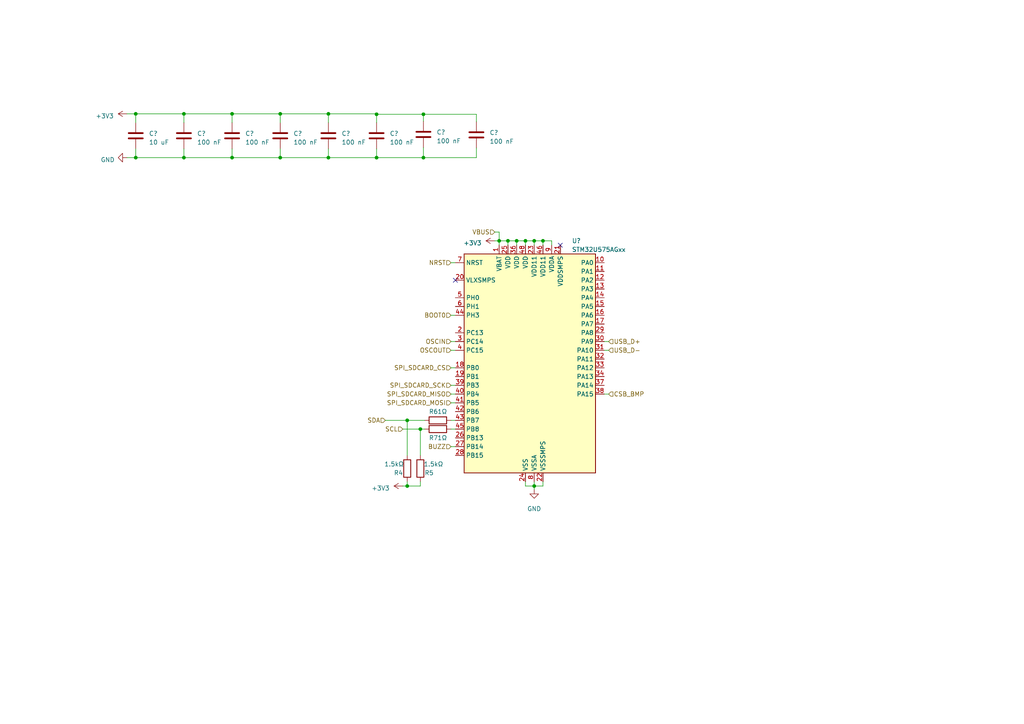
<source format=kicad_sch>
(kicad_sch (version 20230121) (generator eeschema)

  (uuid 62090c12-57c7-4790-9eee-5967e577ab39)

  (paper "A4")

  (lib_symbols
    (symbol "Device:C" (pin_numbers hide) (pin_names (offset 0.254)) (in_bom yes) (on_board yes)
      (property "Reference" "C" (at 0.635 2.54 0)
        (effects (font (size 1.27 1.27)) (justify left))
      )
      (property "Value" "C" (at 0.635 -2.54 0)
        (effects (font (size 1.27 1.27)) (justify left))
      )
      (property "Footprint" "" (at 0.9652 -3.81 0)
        (effects (font (size 1.27 1.27)) hide)
      )
      (property "Datasheet" "~" (at 0 0 0)
        (effects (font (size 1.27 1.27)) hide)
      )
      (property "ki_keywords" "cap capacitor" (at 0 0 0)
        (effects (font (size 1.27 1.27)) hide)
      )
      (property "ki_description" "Unpolarized capacitor" (at 0 0 0)
        (effects (font (size 1.27 1.27)) hide)
      )
      (property "ki_fp_filters" "C_*" (at 0 0 0)
        (effects (font (size 1.27 1.27)) hide)
      )
      (symbol "C_0_1"
        (polyline
          (pts
            (xy -2.032 -0.762)
            (xy 2.032 -0.762)
          )
          (stroke (width 0.508) (type default))
          (fill (type none))
        )
        (polyline
          (pts
            (xy -2.032 0.762)
            (xy 2.032 0.762)
          )
          (stroke (width 0.508) (type default))
          (fill (type none))
        )
      )
      (symbol "C_1_1"
        (pin passive line (at 0 3.81 270) (length 2.794)
          (name "~" (effects (font (size 1.27 1.27))))
          (number "1" (effects (font (size 1.27 1.27))))
        )
        (pin passive line (at 0 -3.81 90) (length 2.794)
          (name "~" (effects (font (size 1.27 1.27))))
          (number "2" (effects (font (size 1.27 1.27))))
        )
      )
    )
    (symbol "Device:R" (pin_numbers hide) (pin_names (offset 0)) (in_bom yes) (on_board yes)
      (property "Reference" "R" (at 2.032 0 90)
        (effects (font (size 1.27 1.27)))
      )
      (property "Value" "R" (at 0 0 90)
        (effects (font (size 1.27 1.27)))
      )
      (property "Footprint" "" (at -1.778 0 90)
        (effects (font (size 1.27 1.27)) hide)
      )
      (property "Datasheet" "~" (at 0 0 0)
        (effects (font (size 1.27 1.27)) hide)
      )
      (property "ki_keywords" "R res resistor" (at 0 0 0)
        (effects (font (size 1.27 1.27)) hide)
      )
      (property "ki_description" "Resistor" (at 0 0 0)
        (effects (font (size 1.27 1.27)) hide)
      )
      (property "ki_fp_filters" "R_*" (at 0 0 0)
        (effects (font (size 1.27 1.27)) hide)
      )
      (symbol "R_0_1"
        (rectangle (start -1.016 -2.54) (end 1.016 2.54)
          (stroke (width 0.254) (type default))
          (fill (type none))
        )
      )
      (symbol "R_1_1"
        (pin passive line (at 0 3.81 270) (length 1.27)
          (name "~" (effects (font (size 1.27 1.27))))
          (number "1" (effects (font (size 1.27 1.27))))
        )
        (pin passive line (at 0 -3.81 90) (length 1.27)
          (name "~" (effects (font (size 1.27 1.27))))
          (number "2" (effects (font (size 1.27 1.27))))
        )
      )
    )
    (symbol "MCU_ST_STM32U5:STM32U575CIUxQ" (in_bom yes) (on_board yes)
      (property "Reference" "U" (at -17.78 34.29 0)
        (effects (font (size 1.27 1.27)) (justify left))
      )
      (property "Value" "STM32U575CIUxQ" (at 12.7 34.29 0)
        (effects (font (size 1.27 1.27)) (justify left))
      )
      (property "Footprint" "Package_DFN_QFN:QFN-48-1EP_7x7mm_P0.5mm_EP5.6x5.6mm" (at -17.78 -30.48 0)
        (effects (font (size 1.27 1.27)) (justify right) hide)
      )
      (property "Datasheet" "https://www.st.com/resource/en/datasheet/stm32u575ci.pdf" (at 0 0 0)
        (effects (font (size 1.27 1.27)) hide)
      )
      (property "ki_locked" "" (at 0 0 0)
        (effects (font (size 1.27 1.27)))
      )
      (property "ki_keywords" "Arm Cortex-M33 STM32U5 STM32U575/585" (at 0 0 0)
        (effects (font (size 1.27 1.27)) hide)
      )
      (property "ki_description" "STMicroelectronics Arm Cortex-M33 MCU, 2048KB flash, 786KB RAM, 160 MHz, 1.71-3.6V, 33 GPIO, UFQFPN48" (at 0 0 0)
        (effects (font (size 1.27 1.27)) hide)
      )
      (property "ki_fp_filters" "QFN*1EP*7x7mm*P0.5mm*" (at 0 0 0)
        (effects (font (size 1.27 1.27)) hide)
      )
      (symbol "STM32U575CIUxQ_0_1"
        (rectangle (start -17.78 -30.48) (end 20.32 33.02)
          (stroke (width 0.254) (type default))
          (fill (type background))
        )
      )
      (symbol "STM32U575CIUxQ_1_1"
        (pin power_in line (at -7.62 35.56 270) (length 2.54)
          (name "VBAT" (effects (font (size 1.27 1.27))))
          (number "1" (effects (font (size 1.27 1.27))))
        )
        (pin bidirectional line (at 22.86 30.48 180) (length 2.54)
          (name "PA0" (effects (font (size 1.27 1.27))))
          (number "10" (effects (font (size 1.27 1.27))))
          (alternate "ADC1_IN5" bidirectional line)
          (alternate "AUDIOCLK" bidirectional line)
          (alternate "OCTOSPIM_P2_NCS" bidirectional line)
          (alternate "OPAMP1_VINP" bidirectional line)
          (alternate "PWR_WKUP1" bidirectional line)
          (alternate "SPI3_RDY" bidirectional line)
          (alternate "TAMP_IN2" bidirectional line)
          (alternate "TAMP_OUT1" bidirectional line)
          (alternate "TIM2_CH1" bidirectional line)
          (alternate "TIM2_ETR" bidirectional line)
          (alternate "TIM5_CH1" bidirectional line)
          (alternate "TIM8_ETR" bidirectional line)
          (alternate "UART4_TX" bidirectional line)
          (alternate "USART2_CTS" bidirectional line)
        )
        (pin bidirectional line (at 22.86 27.94 180) (length 2.54)
          (name "PA1" (effects (font (size 1.27 1.27))))
          (number "11" (effects (font (size 1.27 1.27))))
          (alternate "ADC1_IN6" bidirectional line)
          (alternate "I2C1_SMBA" bidirectional line)
          (alternate "LPTIM1_CH2" bidirectional line)
          (alternate "OCTOSPIM_P1_DQS" bidirectional line)
          (alternate "OPAMP1_VINM" bidirectional line)
          (alternate "PWR_WKUP3" bidirectional line)
          (alternate "SPI1_SCK" bidirectional line)
          (alternate "TAMP_IN5" bidirectional line)
          (alternate "TAMP_OUT4" bidirectional line)
          (alternate "TIM15_CH1N" bidirectional line)
          (alternate "TIM2_CH2" bidirectional line)
          (alternate "TIM5_CH2" bidirectional line)
          (alternate "UART4_RX" bidirectional line)
          (alternate "USART2_DE" bidirectional line)
          (alternate "USART2_RTS" bidirectional line)
        )
        (pin bidirectional line (at 22.86 25.4 180) (length 2.54)
          (name "PA2" (effects (font (size 1.27 1.27))))
          (number "12" (effects (font (size 1.27 1.27))))
          (alternate "ADC1_IN7" bidirectional line)
          (alternate "COMP1_INP" bidirectional line)
          (alternate "LPUART1_TX" bidirectional line)
          (alternate "OCTOSPIM_P1_NCS" bidirectional line)
          (alternate "PWR_WKUP4" bidirectional line)
          (alternate "RCC_LSCO" bidirectional line)
          (alternate "SPI1_RDY" bidirectional line)
          (alternate "TIM15_CH1" bidirectional line)
          (alternate "TIM2_CH3" bidirectional line)
          (alternate "TIM5_CH3" bidirectional line)
          (alternate "UCPD1_FRSTX1" bidirectional line)
          (alternate "USART2_TX" bidirectional line)
        )
        (pin bidirectional line (at 22.86 22.86 180) (length 2.54)
          (name "PA3" (effects (font (size 1.27 1.27))))
          (number "13" (effects (font (size 1.27 1.27))))
          (alternate "ADC1_IN8" bidirectional line)
          (alternate "LPUART1_RX" bidirectional line)
          (alternate "OCTOSPIM_P1_CLK" bidirectional line)
          (alternate "OPAMP1_VOUT" bidirectional line)
          (alternate "PWR_WKUP5" bidirectional line)
          (alternate "SAI1_CK1" bidirectional line)
          (alternate "SAI1_MCLK_A" bidirectional line)
          (alternate "TIM15_CH2" bidirectional line)
          (alternate "TIM2_CH4" bidirectional line)
          (alternate "TIM5_CH4" bidirectional line)
          (alternate "USART2_RX" bidirectional line)
        )
        (pin bidirectional line (at 22.86 20.32 180) (length 2.54)
          (name "PA4" (effects (font (size 1.27 1.27))))
          (number "14" (effects (font (size 1.27 1.27))))
          (alternate "ADC1_IN9" bidirectional line)
          (alternate "ADC4_IN9" bidirectional line)
          (alternate "DAC1_OUT1" bidirectional line)
          (alternate "LPTIM2_CH1" bidirectional line)
          (alternate "OCTOSPIM_P1_NCS" bidirectional line)
          (alternate "PWR_WKUP2" bidirectional line)
          (alternate "SAI1_FS_B" bidirectional line)
          (alternate "SPI1_NSS" bidirectional line)
          (alternate "SPI3_NSS" bidirectional line)
          (alternate "USART2_CK" bidirectional line)
        )
        (pin bidirectional line (at 22.86 17.78 180) (length 2.54)
          (name "PA5" (effects (font (size 1.27 1.27))))
          (number "15" (effects (font (size 1.27 1.27))))
          (alternate "ADC1_IN10" bidirectional line)
          (alternate "ADC4_IN10" bidirectional line)
          (alternate "DAC1_OUT2" bidirectional line)
          (alternate "LPTIM2_ETR" bidirectional line)
          (alternate "PWR_CSLEEP" bidirectional line)
          (alternate "PWR_WKUP6" bidirectional line)
          (alternate "SPI1_SCK" bidirectional line)
          (alternate "TIM2_CH1" bidirectional line)
          (alternate "TIM2_ETR" bidirectional line)
          (alternate "TIM8_CH1N" bidirectional line)
          (alternate "USART3_RX" bidirectional line)
        )
        (pin bidirectional line (at 22.86 15.24 180) (length 2.54)
          (name "PA6" (effects (font (size 1.27 1.27))))
          (number "16" (effects (font (size 1.27 1.27))))
          (alternate "ADC1_IN11" bidirectional line)
          (alternate "ADC4_IN11" bidirectional line)
          (alternate "LPUART1_CTS" bidirectional line)
          (alternate "OCTOSPIM_P1_IO3" bidirectional line)
          (alternate "OPAMP2_VINP" bidirectional line)
          (alternate "PWR_CDSTOP" bidirectional line)
          (alternate "PWR_WKUP7" bidirectional line)
          (alternate "SPI1_MISO" bidirectional line)
          (alternate "TIM16_CH1" bidirectional line)
          (alternate "TIM1_BKIN" bidirectional line)
          (alternate "TIM3_CH1" bidirectional line)
          (alternate "TIM8_BKIN" bidirectional line)
          (alternate "USART3_CTS" bidirectional line)
        )
        (pin bidirectional line (at 22.86 12.7 180) (length 2.54)
          (name "PA7" (effects (font (size 1.27 1.27))))
          (number "17" (effects (font (size 1.27 1.27))))
          (alternate "ADC1_IN12" bidirectional line)
          (alternate "ADC4_IN20" bidirectional line)
          (alternate "I2C3_SCL" bidirectional line)
          (alternate "LPTIM2_CH2" bidirectional line)
          (alternate "OCTOSPIM_P1_IO2" bidirectional line)
          (alternate "OPAMP2_VINM" bidirectional line)
          (alternate "PWR_SRDSTOP" bidirectional line)
          (alternate "PWR_WKUP8" bidirectional line)
          (alternate "SPI1_MOSI" bidirectional line)
          (alternate "TIM17_CH1" bidirectional line)
          (alternate "TIM1_CH1N" bidirectional line)
          (alternate "TIM3_CH2" bidirectional line)
          (alternate "TIM8_CH1N" bidirectional line)
          (alternate "USART3_TX" bidirectional line)
        )
        (pin bidirectional line (at -20.32 0 0) (length 2.54)
          (name "PB0" (effects (font (size 1.27 1.27))))
          (number "18" (effects (font (size 1.27 1.27))))
          (alternate "ADC1_IN15" bidirectional line)
          (alternate "ADC4_IN18" bidirectional line)
          (alternate "AUDIOCLK" bidirectional line)
          (alternate "COMP1_OUT" bidirectional line)
          (alternate "LPTIM3_CH1" bidirectional line)
          (alternate "OCTOSPIM_P1_IO1" bidirectional line)
          (alternate "OPAMP2_VOUT" bidirectional line)
          (alternate "SPI1_NSS" bidirectional line)
          (alternate "TIM1_CH2N" bidirectional line)
          (alternate "TIM3_CH3" bidirectional line)
          (alternate "TIM8_CH2N" bidirectional line)
          (alternate "USART3_CK" bidirectional line)
        )
        (pin bidirectional line (at -20.32 -2.54 0) (length 2.54)
          (name "PB1" (effects (font (size 1.27 1.27))))
          (number "19" (effects (font (size 1.27 1.27))))
          (alternate "ADC1_IN16" bidirectional line)
          (alternate "ADC4_IN19" bidirectional line)
          (alternate "COMP1_INM" bidirectional line)
          (alternate "LPTIM2_IN1" bidirectional line)
          (alternate "LPTIM3_CH2" bidirectional line)
          (alternate "LPUART1_DE" bidirectional line)
          (alternate "LPUART1_RTS" bidirectional line)
          (alternate "MDF1_SDI0" bidirectional line)
          (alternate "OCTOSPIM_P1_IO0" bidirectional line)
          (alternate "PWR_WKUP4" bidirectional line)
          (alternate "TIM1_CH3N" bidirectional line)
          (alternate "TIM3_CH4" bidirectional line)
          (alternate "TIM8_CH3N" bidirectional line)
          (alternate "USART3_DE" bidirectional line)
          (alternate "USART3_RTS" bidirectional line)
        )
        (pin bidirectional line (at -20.32 10.16 0) (length 2.54)
          (name "PC13" (effects (font (size 1.27 1.27))))
          (number "2" (effects (font (size 1.27 1.27))))
          (alternate "PWR_WKUP2" bidirectional line)
          (alternate "RTC_OUT1" bidirectional line)
          (alternate "RTC_TS" bidirectional line)
          (alternate "TAMP_IN1" bidirectional line)
          (alternate "TAMP_OUT2" bidirectional line)
        )
        (pin power_in line (at -20.32 25.4 0) (length 2.54)
          (name "VLXSMPS" (effects (font (size 1.27 1.27))))
          (number "20" (effects (font (size 1.27 1.27))))
        )
        (pin power_in line (at 10.16 35.56 270) (length 2.54)
          (name "VDDSMPS" (effects (font (size 1.27 1.27))))
          (number "21" (effects (font (size 1.27 1.27))))
        )
        (pin power_in line (at 5.08 -33.02 90) (length 2.54)
          (name "VSSSMPS" (effects (font (size 1.27 1.27))))
          (number "22" (effects (font (size 1.27 1.27))))
        )
        (pin power_in line (at 2.54 35.56 270) (length 2.54)
          (name "VDD11" (effects (font (size 1.27 1.27))))
          (number "23" (effects (font (size 1.27 1.27))))
        )
        (pin power_in line (at 0 -33.02 90) (length 2.54)
          (name "VSS" (effects (font (size 1.27 1.27))))
          (number "24" (effects (font (size 1.27 1.27))))
        )
        (pin power_in line (at -5.08 35.56 270) (length 2.54)
          (name "VDD" (effects (font (size 1.27 1.27))))
          (number "25" (effects (font (size 1.27 1.27))))
        )
        (pin bidirectional line (at -20.32 -20.32 0) (length 2.54)
          (name "PB13" (effects (font (size 1.27 1.27))))
          (number "26" (effects (font (size 1.27 1.27))))
          (alternate "I2C2_SCL" bidirectional line)
          (alternate "LPTIM3_IN1" bidirectional line)
          (alternate "LPUART1_CTS" bidirectional line)
          (alternate "MDF1_CKI1" bidirectional line)
          (alternate "SPI2_SCK" bidirectional line)
          (alternate "TIM15_CH1N" bidirectional line)
          (alternate "TIM1_CH1N" bidirectional line)
          (alternate "TSC_G1_IO2" bidirectional line)
          (alternate "USART3_CTS" bidirectional line)
        )
        (pin bidirectional line (at -20.32 -22.86 0) (length 2.54)
          (name "PB14" (effects (font (size 1.27 1.27))))
          (number "27" (effects (font (size 1.27 1.27))))
          (alternate "I2C2_SDA" bidirectional line)
          (alternate "LPTIM3_ETR" bidirectional line)
          (alternate "MDF1_SDI2" bidirectional line)
          (alternate "SPI2_MISO" bidirectional line)
          (alternate "TIM15_CH1" bidirectional line)
          (alternate "TIM1_CH2N" bidirectional line)
          (alternate "TIM8_CH2N" bidirectional line)
          (alternate "TSC_G1_IO3" bidirectional line)
          (alternate "UCPD1_DBCC2" bidirectional line)
          (alternate "USART3_DE" bidirectional line)
          (alternate "USART3_RTS" bidirectional line)
        )
        (pin bidirectional line (at -20.32 -25.4 0) (length 2.54)
          (name "PB15" (effects (font (size 1.27 1.27))))
          (number "28" (effects (font (size 1.27 1.27))))
          (alternate "ADC1_EXTI15" bidirectional line)
          (alternate "ADC4_EXTI15" bidirectional line)
          (alternate "LPTIM2_IN2" bidirectional line)
          (alternate "MDF1_CKI2" bidirectional line)
          (alternate "PWR_WKUP7" bidirectional line)
          (alternate "RTC_REFIN" bidirectional line)
          (alternate "SPI2_MOSI" bidirectional line)
          (alternate "TIM15_CH2" bidirectional line)
          (alternate "TIM1_CH3N" bidirectional line)
          (alternate "TIM8_CH3N" bidirectional line)
          (alternate "UCPD1_CC2" bidirectional line)
        )
        (pin bidirectional line (at 22.86 10.16 180) (length 2.54)
          (name "PA8" (effects (font (size 1.27 1.27))))
          (number "29" (effects (font (size 1.27 1.27))))
          (alternate "DEBUG_TRACECLK" bidirectional line)
          (alternate "LPTIM2_CH1" bidirectional line)
          (alternate "RCC_MCO" bidirectional line)
          (alternate "SAI1_CK2" bidirectional line)
          (alternate "SAI1_SCK_A" bidirectional line)
          (alternate "SPI1_RDY" bidirectional line)
          (alternate "TIM1_CH1" bidirectional line)
          (alternate "USART1_CK" bidirectional line)
          (alternate "USB_OTG_FS_SOF" bidirectional line)
        )
        (pin bidirectional line (at -20.32 7.62 0) (length 2.54)
          (name "PC14" (effects (font (size 1.27 1.27))))
          (number "3" (effects (font (size 1.27 1.27))))
          (alternate "RCC_OSC32_IN" bidirectional line)
        )
        (pin bidirectional line (at 22.86 7.62 180) (length 2.54)
          (name "PA9" (effects (font (size 1.27 1.27))))
          (number "30" (effects (font (size 1.27 1.27))))
          (alternate "DAC1_EXTI9" bidirectional line)
          (alternate "SAI1_FS_A" bidirectional line)
          (alternate "SPI2_SCK" bidirectional line)
          (alternate "TIM15_BKIN" bidirectional line)
          (alternate "TIM1_CH2" bidirectional line)
          (alternate "USART1_TX" bidirectional line)
          (alternate "USB_OTG_FS_VBUS" bidirectional line)
        )
        (pin bidirectional line (at 22.86 5.08 180) (length 2.54)
          (name "PA10" (effects (font (size 1.27 1.27))))
          (number "31" (effects (font (size 1.27 1.27))))
          (alternate "CRS_SYNC" bidirectional line)
          (alternate "LPTIM2_IN2" bidirectional line)
          (alternate "SAI1_D1" bidirectional line)
          (alternate "SAI1_SD_A" bidirectional line)
          (alternate "TIM17_BKIN" bidirectional line)
          (alternate "TIM1_CH3" bidirectional line)
          (alternate "USART1_RX" bidirectional line)
          (alternate "USB_OTG_FS_ID" bidirectional line)
        )
        (pin bidirectional line (at 22.86 2.54 180) (length 2.54)
          (name "PA11" (effects (font (size 1.27 1.27))))
          (number "32" (effects (font (size 1.27 1.27))))
          (alternate "ADC1_EXTI11" bidirectional line)
          (alternate "FDCAN1_RX" bidirectional line)
          (alternate "SPI1_MISO" bidirectional line)
          (alternate "TIM1_BKIN2" bidirectional line)
          (alternate "TIM1_CH4" bidirectional line)
          (alternate "USART1_CTS" bidirectional line)
          (alternate "USB_OTG_FS_DM" bidirectional line)
        )
        (pin bidirectional line (at 22.86 0 180) (length 2.54)
          (name "PA12" (effects (font (size 1.27 1.27))))
          (number "33" (effects (font (size 1.27 1.27))))
          (alternate "FDCAN1_TX" bidirectional line)
          (alternate "OCTOSPIM_P2_NCS" bidirectional line)
          (alternate "SPI1_MOSI" bidirectional line)
          (alternate "TIM1_ETR" bidirectional line)
          (alternate "USART1_DE" bidirectional line)
          (alternate "USART1_RTS" bidirectional line)
          (alternate "USB_OTG_FS_DP" bidirectional line)
        )
        (pin bidirectional line (at 22.86 -2.54 180) (length 2.54)
          (name "PA13" (effects (font (size 1.27 1.27))))
          (number "34" (effects (font (size 1.27 1.27))))
          (alternate "DEBUG_JTMS-SWDIO" bidirectional line)
          (alternate "IR_OUT" bidirectional line)
          (alternate "SAI1_SD_B" bidirectional line)
          (alternate "USB_OTG_FS_NOE" bidirectional line)
        )
        (pin passive line (at 0 -33.02 90) (length 2.54) hide
          (name "VSS" (effects (font (size 1.27 1.27))))
          (number "35" (effects (font (size 1.27 1.27))))
        )
        (pin power_in line (at -2.54 35.56 270) (length 2.54)
          (name "VDD" (effects (font (size 1.27 1.27))))
          (number "36" (effects (font (size 1.27 1.27))))
        )
        (pin bidirectional line (at 22.86 -5.08 180) (length 2.54)
          (name "PA14" (effects (font (size 1.27 1.27))))
          (number "37" (effects (font (size 1.27 1.27))))
          (alternate "DEBUG_JTCK-SWCLK" bidirectional line)
          (alternate "I2C1_SMBA" bidirectional line)
          (alternate "I2C4_SMBA" bidirectional line)
          (alternate "LPTIM1_CH1" bidirectional line)
          (alternate "SAI1_FS_B" bidirectional line)
          (alternate "USB_OTG_FS_SOF" bidirectional line)
        )
        (pin bidirectional line (at 22.86 -7.62 180) (length 2.54)
          (name "PA15" (effects (font (size 1.27 1.27))))
          (number "38" (effects (font (size 1.27 1.27))))
          (alternate "ADC1_EXTI15" bidirectional line)
          (alternate "ADC4_EXTI15" bidirectional line)
          (alternate "DEBUG_JTDI" bidirectional line)
          (alternate "SPI1_NSS" bidirectional line)
          (alternate "SPI3_NSS" bidirectional line)
          (alternate "TIM2_CH1" bidirectional line)
          (alternate "TIM2_ETR" bidirectional line)
          (alternate "UART4_DE" bidirectional line)
          (alternate "UART4_RTS" bidirectional line)
          (alternate "UCPD1_CC1" bidirectional line)
          (alternate "USART2_RX" bidirectional line)
          (alternate "USART3_DE" bidirectional line)
          (alternate "USART3_RTS" bidirectional line)
        )
        (pin bidirectional line (at -20.32 -5.08 0) (length 2.54)
          (name "PB3" (effects (font (size 1.27 1.27))))
          (number "39" (effects (font (size 1.27 1.27))))
          (alternate "ADF1_CCK0" bidirectional line)
          (alternate "COMP2_INM" bidirectional line)
          (alternate "CRS_SYNC" bidirectional line)
          (alternate "DEBUG_JTDO-SWO" bidirectional line)
          (alternate "I2C1_SDA" bidirectional line)
          (alternate "LPTIM1_CH1" bidirectional line)
          (alternate "SAI1_SCK_B" bidirectional line)
          (alternate "SPI1_SCK" bidirectional line)
          (alternate "SPI3_SCK" bidirectional line)
          (alternate "TIM2_CH2" bidirectional line)
          (alternate "USART1_DE" bidirectional line)
          (alternate "USART1_RTS" bidirectional line)
        )
        (pin bidirectional line (at -20.32 5.08 0) (length 2.54)
          (name "PC15" (effects (font (size 1.27 1.27))))
          (number "4" (effects (font (size 1.27 1.27))))
          (alternate "ADC1_EXTI15" bidirectional line)
          (alternate "ADC4_EXTI15" bidirectional line)
          (alternate "RCC_OSC32_OUT" bidirectional line)
        )
        (pin bidirectional line (at -20.32 -7.62 0) (length 2.54)
          (name "PB4" (effects (font (size 1.27 1.27))))
          (number "40" (effects (font (size 1.27 1.27))))
          (alternate "ADF1_SDI0" bidirectional line)
          (alternate "COMP2_INP" bidirectional line)
          (alternate "DEBUG_JTRST" bidirectional line)
          (alternate "I2C3_SDA" bidirectional line)
          (alternate "LPTIM1_CH2" bidirectional line)
          (alternate "SAI1_MCLK_B" bidirectional line)
          (alternate "SPI1_MISO" bidirectional line)
          (alternate "SPI3_MISO" bidirectional line)
          (alternate "TIM17_BKIN" bidirectional line)
          (alternate "TIM3_CH1" bidirectional line)
          (alternate "TSC_G2_IO1" bidirectional line)
          (alternate "USART1_CTS" bidirectional line)
        )
        (pin bidirectional line (at -20.32 -10.16 0) (length 2.54)
          (name "PB5" (effects (font (size 1.27 1.27))))
          (number "41" (effects (font (size 1.27 1.27))))
          (alternate "COMP2_OUT" bidirectional line)
          (alternate "I2C1_SMBA" bidirectional line)
          (alternate "LPTIM1_IN1" bidirectional line)
          (alternate "OCTOSPIM_P1_NCLK" bidirectional line)
          (alternate "PWR_WKUP6" bidirectional line)
          (alternate "SAI1_SD_B" bidirectional line)
          (alternate "SPI1_MOSI" bidirectional line)
          (alternate "SPI3_MOSI" bidirectional line)
          (alternate "TIM16_BKIN" bidirectional line)
          (alternate "TIM3_CH2" bidirectional line)
          (alternate "TSC_G2_IO2" bidirectional line)
          (alternate "UCPD1_DBCC1" bidirectional line)
          (alternate "USART1_CK" bidirectional line)
        )
        (pin bidirectional line (at -20.32 -12.7 0) (length 2.54)
          (name "PB6" (effects (font (size 1.27 1.27))))
          (number "42" (effects (font (size 1.27 1.27))))
          (alternate "COMP2_INP" bidirectional line)
          (alternate "I2C1_SCL" bidirectional line)
          (alternate "I2C4_SCL" bidirectional line)
          (alternate "LPTIM1_ETR" bidirectional line)
          (alternate "MDF1_SDI5" bidirectional line)
          (alternate "PWR_WKUP3" bidirectional line)
          (alternate "SAI1_FS_B" bidirectional line)
          (alternate "TIM16_CH1N" bidirectional line)
          (alternate "TIM4_CH1" bidirectional line)
          (alternate "TIM8_BKIN2" bidirectional line)
          (alternate "TSC_G2_IO3" bidirectional line)
          (alternate "USART1_TX" bidirectional line)
        )
        (pin bidirectional line (at -20.32 -15.24 0) (length 2.54)
          (name "PB7" (effects (font (size 1.27 1.27))))
          (number "43" (effects (font (size 1.27 1.27))))
          (alternate "COMP2_INM" bidirectional line)
          (alternate "I2C1_SDA" bidirectional line)
          (alternate "I2C4_SDA" bidirectional line)
          (alternate "LPTIM1_IN2" bidirectional line)
          (alternate "MDF1_CKI5" bidirectional line)
          (alternate "PWR_PVD_IN" bidirectional line)
          (alternate "PWR_WKUP4" bidirectional line)
          (alternate "TIM17_CH1N" bidirectional line)
          (alternate "TIM4_CH2" bidirectional line)
          (alternate "TIM8_BKIN" bidirectional line)
          (alternate "TSC_G2_IO4" bidirectional line)
          (alternate "UART4_CTS" bidirectional line)
          (alternate "USART1_RX" bidirectional line)
        )
        (pin bidirectional line (at -20.32 15.24 0) (length 2.54)
          (name "PH3" (effects (font (size 1.27 1.27))))
          (number "44" (effects (font (size 1.27 1.27))))
        )
        (pin bidirectional line (at -20.32 -17.78 0) (length 2.54)
          (name "PB8" (effects (font (size 1.27 1.27))))
          (number "45" (effects (font (size 1.27 1.27))))
          (alternate "FDCAN1_RX" bidirectional line)
          (alternate "I2C1_SCL" bidirectional line)
          (alternate "MDF1_CCK0" bidirectional line)
          (alternate "PWR_WKUP5" bidirectional line)
          (alternate "SAI1_CK1" bidirectional line)
          (alternate "SAI1_MCLK_A" bidirectional line)
          (alternate "SPI3_RDY" bidirectional line)
          (alternate "TIM16_CH1" bidirectional line)
          (alternate "TIM4_CH3" bidirectional line)
        )
        (pin power_in line (at 5.08 35.56 270) (length 2.54)
          (name "VDD11" (effects (font (size 1.27 1.27))))
          (number "46" (effects (font (size 1.27 1.27))))
        )
        (pin passive line (at 0 -33.02 90) (length 2.54) hide
          (name "VSS" (effects (font (size 1.27 1.27))))
          (number "47" (effects (font (size 1.27 1.27))))
        )
        (pin power_in line (at 0 35.56 270) (length 2.54)
          (name "VDD" (effects (font (size 1.27 1.27))))
          (number "48" (effects (font (size 1.27 1.27))))
        )
        (pin passive line (at 0 -33.02 90) (length 2.54) hide
          (name "VSS" (effects (font (size 1.27 1.27))))
          (number "49" (effects (font (size 1.27 1.27))))
        )
        (pin bidirectional line (at -20.32 20.32 0) (length 2.54)
          (name "PH0" (effects (font (size 1.27 1.27))))
          (number "5" (effects (font (size 1.27 1.27))))
          (alternate "RCC_OSC_IN" bidirectional line)
        )
        (pin bidirectional line (at -20.32 17.78 0) (length 2.54)
          (name "PH1" (effects (font (size 1.27 1.27))))
          (number "6" (effects (font (size 1.27 1.27))))
          (alternate "RCC_OSC_OUT" bidirectional line)
        )
        (pin input line (at -20.32 30.48 0) (length 2.54)
          (name "NRST" (effects (font (size 1.27 1.27))))
          (number "7" (effects (font (size 1.27 1.27))))
        )
        (pin power_in line (at 2.54 -33.02 90) (length 2.54)
          (name "VSSA" (effects (font (size 1.27 1.27))))
          (number "8" (effects (font (size 1.27 1.27))))
        )
        (pin power_in line (at 7.62 35.56 270) (length 2.54)
          (name "VDDA" (effects (font (size 1.27 1.27))))
          (number "9" (effects (font (size 1.27 1.27))))
        )
      )
    )
    (symbol "power:+3V3" (power) (pin_names (offset 0)) (in_bom yes) (on_board yes)
      (property "Reference" "#PWR" (at 0 -3.81 0)
        (effects (font (size 1.27 1.27)) hide)
      )
      (property "Value" "+3V3" (at 0 3.556 0)
        (effects (font (size 1.27 1.27)))
      )
      (property "Footprint" "" (at 0 0 0)
        (effects (font (size 1.27 1.27)) hide)
      )
      (property "Datasheet" "" (at 0 0 0)
        (effects (font (size 1.27 1.27)) hide)
      )
      (property "ki_keywords" "global power" (at 0 0 0)
        (effects (font (size 1.27 1.27)) hide)
      )
      (property "ki_description" "Power symbol creates a global label with name \"+3V3\"" (at 0 0 0)
        (effects (font (size 1.27 1.27)) hide)
      )
      (symbol "+3V3_0_1"
        (polyline
          (pts
            (xy -0.762 1.27)
            (xy 0 2.54)
          )
          (stroke (width 0) (type default))
          (fill (type none))
        )
        (polyline
          (pts
            (xy 0 0)
            (xy 0 2.54)
          )
          (stroke (width 0) (type default))
          (fill (type none))
        )
        (polyline
          (pts
            (xy 0 2.54)
            (xy 0.762 1.27)
          )
          (stroke (width 0) (type default))
          (fill (type none))
        )
      )
      (symbol "+3V3_1_1"
        (pin power_in line (at 0 0 90) (length 0) hide
          (name "+3V3" (effects (font (size 1.27 1.27))))
          (number "1" (effects (font (size 1.27 1.27))))
        )
      )
    )
    (symbol "power:GND" (power) (pin_names (offset 0)) (in_bom yes) (on_board yes)
      (property "Reference" "#PWR" (at 0 -6.35 0)
        (effects (font (size 1.27 1.27)) hide)
      )
      (property "Value" "GND" (at 0 -3.81 0)
        (effects (font (size 1.27 1.27)))
      )
      (property "Footprint" "" (at 0 0 0)
        (effects (font (size 1.27 1.27)) hide)
      )
      (property "Datasheet" "" (at 0 0 0)
        (effects (font (size 1.27 1.27)) hide)
      )
      (property "ki_keywords" "global power" (at 0 0 0)
        (effects (font (size 1.27 1.27)) hide)
      )
      (property "ki_description" "Power symbol creates a global label with name \"GND\" , ground" (at 0 0 0)
        (effects (font (size 1.27 1.27)) hide)
      )
      (symbol "GND_0_1"
        (polyline
          (pts
            (xy 0 0)
            (xy 0 -1.27)
            (xy 1.27 -1.27)
            (xy 0 -2.54)
            (xy -1.27 -1.27)
            (xy 0 -1.27)
          )
          (stroke (width 0) (type default))
          (fill (type none))
        )
      )
      (symbol "GND_1_1"
        (pin power_in line (at 0 0 270) (length 0) hide
          (name "GND" (effects (font (size 1.27 1.27))))
          (number "1" (effects (font (size 1.27 1.27))))
        )
      )
    )
  )

  (junction (at 67.31 45.72) (diameter 0) (color 0 0 0 0)
    (uuid 15864eb2-a24f-411c-9a0d-5f5b1229124d)
  )
  (junction (at 122.809 45.72) (diameter 0) (color 0 0 0 0)
    (uuid 30b16134-cb7b-43e8-a4de-7a708a3ee262)
  )
  (junction (at 109.22 33.147) (diameter 0) (color 0 0 0 0)
    (uuid 3941c82e-d356-4e16-88aa-5102497fd973)
  )
  (junction (at 53.34 45.72) (diameter 0) (color 0 0 0 0)
    (uuid 3a287dd6-1fa3-46ef-88ea-50c3aa721980)
  )
  (junction (at 81.28 33.02) (diameter 0) (color 0 0 0 0)
    (uuid 45f3c1c3-086b-414d-b853-25e536ead179)
  )
  (junction (at 53.34 33.02) (diameter 0) (color 0 0 0 0)
    (uuid 496e77e2-a79b-4503-b361-9e756d822f94)
  )
  (junction (at 39.37 33.02) (diameter 0) (color 0 0 0 0)
    (uuid 4a55b44f-3d55-4232-8b12-d9eb8aa83923)
  )
  (junction (at 154.94 69.85) (diameter 0) (color 0 0 0 0)
    (uuid 5940b6e8-685e-49da-95e8-2b218eb7ee1e)
  )
  (junction (at 144.78 69.85) (diameter 0) (color 0 0 0 0)
    (uuid 5def5435-24ce-4c73-8c84-e3de6e166bcc)
  )
  (junction (at 121.92 124.46) (diameter 0) (color 0 0 0 0)
    (uuid 5ee5efd7-2149-434e-bbf1-6a326387b81c)
  )
  (junction (at 157.48 69.85) (diameter 0) (color 0 0 0 0)
    (uuid 83e79aeb-ec1c-43ce-aa48-94fdf9ba5795)
  )
  (junction (at 67.31 33.02) (diameter 0) (color 0 0 0 0)
    (uuid 92838d97-eb68-4e47-93a9-19b14cee654b)
  )
  (junction (at 152.4 69.85) (diameter 0) (color 0 0 0 0)
    (uuid 9f114871-b8a6-4656-8beb-9b542e522c53)
  )
  (junction (at 95.25 45.72) (diameter 0) (color 0 0 0 0)
    (uuid ab71fb77-4adf-48c0-b7ac-a58627930a58)
  )
  (junction (at 81.28 45.72) (diameter 0) (color 0 0 0 0)
    (uuid ae700e5c-bf46-4fa7-9882-48c0b0e9beaf)
  )
  (junction (at 154.94 140.97) (diameter 0) (color 0 0 0 0)
    (uuid b08f40cb-5542-46ab-b70f-4ac9605a32b1)
  )
  (junction (at 118.11 121.92) (diameter 0) (color 0 0 0 0)
    (uuid b6bcc867-4fbe-46c3-b3cf-8783f4ead221)
  )
  (junction (at 95.25 33.02) (diameter 0) (color 0 0 0 0)
    (uuid d237a293-d7e3-408e-998d-65518fac28fa)
  )
  (junction (at 39.37 45.72) (diameter 0) (color 0 0 0 0)
    (uuid db72f3a1-6780-4e3c-b24f-6cfecf3b5d97)
  )
  (junction (at 147.32 69.85) (diameter 0) (color 0 0 0 0)
    (uuid e832eed7-c38e-41df-a034-ea762c85e393)
  )
  (junction (at 109.22 45.72) (diameter 0) (color 0 0 0 0)
    (uuid e8de0bec-7894-4465-b928-cca72c6dc9bf)
  )
  (junction (at 122.809 33.147) (diameter 0) (color 0 0 0 0)
    (uuid ed7bc677-c86c-437b-8d38-47cccb9dafdb)
  )
  (junction (at 149.86 69.85) (diameter 0) (color 0 0 0 0)
    (uuid edfcfa39-b199-4510-b8b0-375e46a8925c)
  )
  (junction (at 118.11 140.97) (diameter 0) (color 0 0 0 0)
    (uuid fc2b8c46-0cdf-4f5c-a895-4220a9528831)
  )

  (no_connect (at 162.5092 71.12) (uuid c5258db9-2cc3-4ee1-a9b9-d4aac10b386c))
  (no_connect (at 132.08 81.28) (uuid e9ab3e48-c994-44c7-b568-a736e73ee869))

  (wire (pts (xy 154.94 69.85) (xy 154.94 71.12))
    (stroke (width 0) (type default))
    (uuid 06787a2e-2f9f-44cd-bda9-fde51ddf83db)
  )
  (wire (pts (xy 144.78 69.85) (xy 147.32 69.85))
    (stroke (width 0) (type default))
    (uuid 079f74cf-a48a-49aa-98a1-b3a4d0cd6261)
  )
  (wire (pts (xy 154.94 140.97) (xy 154.94 141.986))
    (stroke (width 0) (type default))
    (uuid 07a2d239-1722-4934-9473-dade3ce2f282)
  )
  (wire (pts (xy 39.37 33.02) (xy 53.34 33.02))
    (stroke (width 0) (type default))
    (uuid 0bf64084-13ae-4c8d-9b18-2a445cdb6d14)
  )
  (wire (pts (xy 138.176 33.147) (xy 122.809 33.147))
    (stroke (width 0) (type default))
    (uuid 0c993a4c-1fb4-4379-a5ac-5a6f7d40351f)
  )
  (wire (pts (xy 152.4 69.85) (xy 152.4 71.12))
    (stroke (width 0) (type default))
    (uuid 0cedd539-6781-4bbb-a5e1-d0e3e3a86ca5)
  )
  (wire (pts (xy 81.28 33.02) (xy 95.25 33.02))
    (stroke (width 0) (type default))
    (uuid 12e9aaa6-2691-49c8-b6a2-ab43165327e9)
  )
  (wire (pts (xy 122.809 45.72) (xy 109.22 45.72))
    (stroke (width 0) (type default))
    (uuid 13126a32-4525-4a7a-866c-1c141afb4b35)
  )
  (wire (pts (xy 157.48 69.85) (xy 157.48 71.12))
    (stroke (width 0) (type default))
    (uuid 20b37a11-76af-45c1-ba81-f9f1978b8963)
  )
  (wire (pts (xy 95.25 33.02) (xy 109.22 33.02))
    (stroke (width 0) (type default))
    (uuid 2111911c-a967-4c78-8327-3117f043b514)
  )
  (wire (pts (xy 122.809 42.799) (xy 122.809 45.72))
    (stroke (width 0) (type default))
    (uuid 23c4ed48-d2af-4767-a0e6-9a72756bebe1)
  )
  (wire (pts (xy 144.78 67.31) (xy 144.78 69.85))
    (stroke (width 0) (type default))
    (uuid 24db7e1c-9170-4003-88d9-192149a2c89e)
  )
  (wire (pts (xy 95.25 45.72) (xy 81.28 45.72))
    (stroke (width 0) (type default))
    (uuid 24e7eff2-6a6c-415b-8312-2fa94ea3e445)
  )
  (wire (pts (xy 130.81 116.84) (xy 132.08 116.84))
    (stroke (width 0) (type default))
    (uuid 26c7fbf9-e6d2-4c0f-b732-56653ca3f880)
  )
  (wire (pts (xy 81.28 45.72) (xy 67.31 45.72))
    (stroke (width 0) (type default))
    (uuid 284faad9-8ab9-4c0c-b8f3-aadd5ae13844)
  )
  (wire (pts (xy 116.84 124.46) (xy 121.92 124.46))
    (stroke (width 0) (type default))
    (uuid 29334fe0-fecc-48ed-91c1-92c2c3e80fcd)
  )
  (wire (pts (xy 152.4 69.85) (xy 154.94 69.85))
    (stroke (width 0) (type default))
    (uuid 2b1d84be-95e8-430f-b902-8b532250b41a)
  )
  (wire (pts (xy 109.22 45.72) (xy 95.25 45.72))
    (stroke (width 0) (type default))
    (uuid 2fa277aa-1ca0-4029-a229-9c89bfe40092)
  )
  (wire (pts (xy 122.809 33.147) (xy 109.22 33.147))
    (stroke (width 0) (type default))
    (uuid 311749ae-8276-4270-b0d6-9691c1d036fc)
  )
  (wire (pts (xy 36.83 33.02) (xy 39.37 33.02))
    (stroke (width 0) (type default))
    (uuid 33f16949-d630-41af-ab4a-a1dff1a326dc)
  )
  (wire (pts (xy 132.08 114.3) (xy 130.81 114.3))
    (stroke (width 0) (type default))
    (uuid 381b3af5-e28c-4223-a828-7c44f39eac52)
  )
  (wire (pts (xy 157.48 139.7) (xy 157.48 140.97))
    (stroke (width 0) (type default))
    (uuid 3c36d14d-b8fd-40e1-9c2c-a04ec3296966)
  )
  (wire (pts (xy 149.86 69.85) (xy 152.4 69.85))
    (stroke (width 0) (type default))
    (uuid 3d4ac76e-19cc-4d8e-9386-2b3c33016ee0)
  )
  (wire (pts (xy 53.34 45.72) (xy 39.37 45.72))
    (stroke (width 0) (type default))
    (uuid 485decd5-1971-49cf-b46c-8eebc9ec4abf)
  )
  (wire (pts (xy 109.22 43.18) (xy 109.22 45.72))
    (stroke (width 0) (type default))
    (uuid 48e9f558-94d5-48fc-ac05-c7ae1d5de1c3)
  )
  (wire (pts (xy 143.51 69.85) (xy 144.78 69.85))
    (stroke (width 0) (type default))
    (uuid 50cfb7a3-d1e9-4d8e-9be0-b28879c8eb32)
  )
  (wire (pts (xy 53.34 43.18) (xy 53.34 45.72))
    (stroke (width 0) (type default))
    (uuid 5448c156-c755-42da-90a6-609f108b8aa7)
  )
  (wire (pts (xy 36.83 45.72) (xy 39.37 45.72))
    (stroke (width 0) (type default))
    (uuid 5676f13f-32e8-4451-a04f-30b445fb89d1)
  )
  (wire (pts (xy 118.11 121.92) (xy 118.11 132.08))
    (stroke (width 0) (type default))
    (uuid 58593db2-24a4-4f83-84b6-e667fa6bad76)
  )
  (wire (pts (xy 130.81 91.44) (xy 132.08 91.44))
    (stroke (width 0) (type default))
    (uuid 64905da7-7d94-4e1f-9387-f403b358e1a4)
  )
  (wire (pts (xy 138.176 45.72) (xy 122.809 45.72))
    (stroke (width 0) (type default))
    (uuid 676bab00-1493-4609-972b-ef3a4ace1b68)
  )
  (wire (pts (xy 118.11 140.97) (xy 118.11 139.7))
    (stroke (width 0) (type default))
    (uuid 6a05bf9a-d694-4f5a-9d8c-58e4e87902fd)
  )
  (wire (pts (xy 154.94 69.85) (xy 157.48 69.85))
    (stroke (width 0) (type default))
    (uuid 70fb0951-3922-4e50-8a34-2e95b09d03ed)
  )
  (wire (pts (xy 109.22 33.02) (xy 109.22 33.147))
    (stroke (width 0) (type default))
    (uuid 71eda0d2-da04-4bef-8c19-63f2c2b8f8a4)
  )
  (wire (pts (xy 67.31 45.72) (xy 53.34 45.72))
    (stroke (width 0) (type default))
    (uuid 71f633fa-cf39-47d4-a145-43cd0aa348a5)
  )
  (wire (pts (xy 95.25 43.18) (xy 95.25 45.72))
    (stroke (width 0) (type default))
    (uuid 73b60335-bf65-4773-9b89-ede077dadcd1)
  )
  (wire (pts (xy 154.94 140.97) (xy 152.4 140.97))
    (stroke (width 0) (type default))
    (uuid 791a8c4f-4468-419c-b875-4136276abc62)
  )
  (wire (pts (xy 157.48 69.85) (xy 160.02 69.85))
    (stroke (width 0) (type default))
    (uuid 7c345d26-5534-4d2a-9753-f1cfd479f292)
  )
  (wire (pts (xy 53.34 33.02) (xy 53.34 35.56))
    (stroke (width 0) (type default))
    (uuid 81b6f332-67b8-421f-98e2-adbe84ea508d)
  )
  (wire (pts (xy 53.34 33.02) (xy 67.31 33.02))
    (stroke (width 0) (type default))
    (uuid 89e1ff2d-c2e8-40f2-8d76-6ad6e87b67da)
  )
  (wire (pts (xy 116.84 140.97) (xy 118.11 140.97))
    (stroke (width 0) (type default))
    (uuid 8c08c775-dba2-48db-962b-0f66daa7760e)
  )
  (wire (pts (xy 130.81 121.92) (xy 132.08 121.92))
    (stroke (width 0) (type default))
    (uuid 8d0e4033-a0f7-43e1-8268-584b6ad5d3f5)
  )
  (wire (pts (xy 157.48 140.97) (xy 154.94 140.97))
    (stroke (width 0) (type default))
    (uuid 8f6c2206-4550-4938-b4ca-2a9dc105c299)
  )
  (wire (pts (xy 130.81 76.2) (xy 132.08 76.2))
    (stroke (width 0) (type default))
    (uuid 962c5f1f-9b4d-4e02-8e9c-5eaf4f454e9b)
  )
  (wire (pts (xy 144.78 69.85) (xy 144.78 71.12))
    (stroke (width 0) (type default))
    (uuid 98019d07-3239-4e34-b91c-fdf2c708965c)
  )
  (wire (pts (xy 152.4 140.97) (xy 152.4 139.7))
    (stroke (width 0) (type default))
    (uuid 98288f18-9e2d-4005-8472-23f12a999a33)
  )
  (wire (pts (xy 175.26 101.6) (xy 176.53 101.6))
    (stroke (width 0) (type default))
    (uuid 9a597eb8-20bf-4caf-b74f-e623bf6281c8)
  )
  (wire (pts (xy 160.02 71.12) (xy 160.02 69.85))
    (stroke (width 0) (type default))
    (uuid a0b82b7f-4593-4670-b6d2-43a92f6e739d)
  )
  (wire (pts (xy 147.32 69.85) (xy 149.86 69.85))
    (stroke (width 0) (type default))
    (uuid a1081f68-ce6b-449a-bd0d-6dc47e6983e4)
  )
  (wire (pts (xy 67.31 43.18) (xy 67.31 45.72))
    (stroke (width 0) (type default))
    (uuid a42f929a-a3d2-4275-9ba6-1ffd97b6c2bc)
  )
  (wire (pts (xy 121.92 124.46) (xy 121.92 132.08))
    (stroke (width 0) (type default))
    (uuid a45d4f88-a5b9-4cf4-8b80-c7a79fcaa43d)
  )
  (wire (pts (xy 121.92 124.46) (xy 123.19 124.46))
    (stroke (width 0) (type default))
    (uuid aa597250-61a9-4155-b4eb-41d36ac70b50)
  )
  (wire (pts (xy 149.86 69.85) (xy 149.86 71.12))
    (stroke (width 0) (type default))
    (uuid acbabafd-0653-46ea-9566-a093b2dda20a)
  )
  (wire (pts (xy 138.176 35.306) (xy 138.176 33.147))
    (stroke (width 0) (type default))
    (uuid b4d9b848-011d-491f-9576-80cc206438c6)
  )
  (wire (pts (xy 175.26 114.3) (xy 176.53 114.3))
    (stroke (width 0) (type default))
    (uuid b50d98f7-aecc-46e1-9657-a17ff951205d)
  )
  (wire (pts (xy 130.81 101.6) (xy 132.08 101.6))
    (stroke (width 0) (type default))
    (uuid b5da0f27-1bed-428a-966d-0f10dcbba37b)
  )
  (wire (pts (xy 121.92 139.7) (xy 121.92 140.97))
    (stroke (width 0) (type default))
    (uuid b7652475-8732-47a8-8045-e8d5a64420c4)
  )
  (wire (pts (xy 138.176 42.926) (xy 138.176 45.72))
    (stroke (width 0) (type default))
    (uuid bd481a02-abe0-4f4c-91a5-1935906b9617)
  )
  (wire (pts (xy 130.81 106.68) (xy 132.08 106.68))
    (stroke (width 0) (type default))
    (uuid c0c5004f-2859-462d-a099-ac97861a17f9)
  )
  (wire (pts (xy 39.37 45.72) (xy 39.37 43.18))
    (stroke (width 0) (type default))
    (uuid c1178897-05d4-406e-be8f-b03202a190e7)
  )
  (wire (pts (xy 118.11 121.92) (xy 123.19 121.92))
    (stroke (width 0) (type default))
    (uuid c35dade5-b18b-41e4-baa0-b231c83e3fd2)
  )
  (wire (pts (xy 175.26 99.06) (xy 176.53 99.06))
    (stroke (width 0) (type default))
    (uuid c3d92591-f397-49cb-b243-e87d55a30c04)
  )
  (wire (pts (xy 121.92 140.97) (xy 118.11 140.97))
    (stroke (width 0) (type default))
    (uuid c5ff8c6f-fcf9-4972-a2c0-62b3d8bc7df8)
  )
  (wire (pts (xy 130.81 129.54) (xy 132.08 129.54))
    (stroke (width 0) (type default))
    (uuid c6186f85-7c49-4248-b9e7-da1f1756452b)
  )
  (wire (pts (xy 109.22 33.147) (xy 109.22 35.56))
    (stroke (width 0) (type default))
    (uuid c6eb9c10-f153-4fd0-8fa2-1a95bcfbb858)
  )
  (wire (pts (xy 81.28 43.18) (xy 81.28 45.72))
    (stroke (width 0) (type default))
    (uuid c7680058-ee82-4903-8730-0bfea1e8bbda)
  )
  (wire (pts (xy 67.31 33.02) (xy 67.31 35.56))
    (stroke (width 0) (type default))
    (uuid d0015c1c-baa5-4313-b240-375ab0504fef)
  )
  (wire (pts (xy 143.51 67.31) (xy 144.78 67.31))
    (stroke (width 0) (type default))
    (uuid d075179b-72ba-4b84-ad0d-365980815ea0)
  )
  (wire (pts (xy 39.37 33.02) (xy 39.37 35.56))
    (stroke (width 0) (type default))
    (uuid da5bbfed-55b2-47ba-ab07-4dc38d658660)
  )
  (wire (pts (xy 81.28 33.02) (xy 81.28 35.56))
    (stroke (width 0) (type default))
    (uuid e2f275f1-b882-4f8f-9097-e4fe0668af90)
  )
  (wire (pts (xy 130.81 111.76) (xy 132.08 111.76))
    (stroke (width 0) (type default))
    (uuid e335e9ca-8b26-4504-8d69-21129e225ecb)
  )
  (wire (pts (xy 147.32 69.85) (xy 147.32 71.12))
    (stroke (width 0) (type default))
    (uuid e84c3998-f5be-499b-b6f5-6980eca4d13e)
  )
  (wire (pts (xy 67.31 33.02) (xy 81.28 33.02))
    (stroke (width 0) (type default))
    (uuid e9273625-e50c-4556-a47f-96dda36c11d8)
  )
  (wire (pts (xy 122.809 35.179) (xy 122.809 33.147))
    (stroke (width 0) (type default))
    (uuid ea5092ce-951c-4288-922e-3b419bd02859)
  )
  (wire (pts (xy 95.25 33.02) (xy 95.25 35.56))
    (stroke (width 0) (type default))
    (uuid f0af73b2-de88-4bc9-8c26-5c2e33249e95)
  )
  (wire (pts (xy 130.81 99.06) (xy 132.08 99.06))
    (stroke (width 0) (type default))
    (uuid f8f7c594-4648-48d4-a8e9-b18920d2c8aa)
  )
  (wire (pts (xy 111.76 121.92) (xy 118.11 121.92))
    (stroke (width 0) (type default))
    (uuid fcb3e8f0-8973-44a5-b87e-2ead7d901e0a)
  )
  (wire (pts (xy 130.81 124.46) (xy 132.08 124.46))
    (stroke (width 0) (type default))
    (uuid feefbe65-bbd2-473c-ba75-e69299488bd2)
  )
  (wire (pts (xy 154.94 139.7) (xy 154.94 140.97))
    (stroke (width 0) (type default))
    (uuid ffc65638-d467-4539-80ab-e6c918b50381)
  )

  (hierarchical_label "USB_D+" (shape input) (at 176.53 99.06 0) (fields_autoplaced)
    (effects (font (size 1.27 1.27)) (justify left))
    (uuid 07615729-6c01-4c22-9c68-d46f6408d358)
  )
  (hierarchical_label "SPI_SDCARD_MOSI" (shape input) (at 130.81 116.84 180) (fields_autoplaced)
    (effects (font (size 1.27 1.27)) (justify right))
    (uuid 0951bb43-6b6f-45ad-b130-8632cb35bb2e)
  )
  (hierarchical_label "NRST" (shape input) (at 130.81 76.2 180) (fields_autoplaced)
    (effects (font (size 1.27 1.27)) (justify right))
    (uuid 307f85aa-84f7-4b19-8d2d-07fddf3c7eda)
  )
  (hierarchical_label "OSCIN" (shape input) (at 130.81 99.06 180) (fields_autoplaced)
    (effects (font (size 1.27 1.27)) (justify right))
    (uuid 518c6721-e219-4375-b37f-013156e1254b)
  )
  (hierarchical_label "SPI_SDCARD_SCK" (shape input) (at 130.81 111.76 180) (fields_autoplaced)
    (effects (font (size 1.27 1.27)) (justify right))
    (uuid 68720f67-bcba-4c0b-91c2-98847a39273f)
  )
  (hierarchical_label "SPI_SDCARD_CS" (shape input) (at 130.81 106.68 180) (fields_autoplaced)
    (effects (font (size 1.27 1.27)) (justify right))
    (uuid 68c439f2-02f9-4498-a3a6-2a40a23f515e)
  )
  (hierarchical_label "USB_D-" (shape input) (at 176.53 101.6 0) (fields_autoplaced)
    (effects (font (size 1.27 1.27)) (justify left))
    (uuid 8690d629-3631-44d0-872e-67642cd7f449)
  )
  (hierarchical_label "BUZZ" (shape input) (at 130.81 129.54 180) (fields_autoplaced)
    (effects (font (size 1.27 1.27)) (justify right))
    (uuid ba8f448e-519e-4d6d-a8a9-72cb3ce9988f)
  )
  (hierarchical_label "SCL" (shape input) (at 116.84 124.46 180) (fields_autoplaced)
    (effects (font (size 1.27 1.27)) (justify right))
    (uuid c2cbe514-710a-4ce1-89c7-64db8084a3a1)
  )
  (hierarchical_label "SPI_SDCARD_MISO" (shape input) (at 130.81 114.3 180) (fields_autoplaced)
    (effects (font (size 1.27 1.27)) (justify right))
    (uuid c9ad6e60-12cb-4469-a14d-8cb2a4fa7a45)
  )
  (hierarchical_label "VBUS" (shape input) (at 143.51 67.31 180) (fields_autoplaced)
    (effects (font (size 1.27 1.27)) (justify right))
    (uuid d555981a-ab11-485a-b698-5be5f4095c37)
  )
  (hierarchical_label "CSB_BMP" (shape input) (at 176.53 114.3 0) (fields_autoplaced)
    (effects (font (size 1.27 1.27)) (justify left))
    (uuid dc0b5e00-1425-4429-8560-1e5dfcd2fedd)
  )
  (hierarchical_label "SDA" (shape input) (at 111.76 121.92 180) (fields_autoplaced)
    (effects (font (size 1.27 1.27)) (justify right))
    (uuid edd25186-6cbb-43a2-912e-216f97f30e36)
  )
  (hierarchical_label "OSCOUT" (shape input) (at 130.81 101.6 180) (fields_autoplaced)
    (effects (font (size 1.27 1.27)) (justify right))
    (uuid f7cefe57-164c-4dec-9301-8f7f49be0c50)
  )
  (hierarchical_label "BOOT0" (shape input) (at 130.81 91.44 180) (fields_autoplaced)
    (effects (font (size 1.27 1.27)) (justify right))
    (uuid fccf7030-cad1-4dac-9887-927573e8f18a)
  )

  (symbol (lib_id "Device:R") (at 127 121.92 90) (unit 1)
    (in_bom yes) (on_board yes) (dnp no)
    (uuid 020e727d-6df1-4795-be25-cb18311c4d85)
    (property "Reference" "R6" (at 125.73 119.38 90)
      (effects (font (size 1.27 1.27)))
    )
    (property "Value" "1Ω" (at 128.27 119.38 90)
      (effects (font (size 1.27 1.27)))
    )
    (property "Footprint" "Resistor_SMD:R_0402_1005Metric" (at 127 123.698 90)
      (effects (font (size 1.27 1.27)) hide)
    )
    (property "Datasheet" "~" (at 127 121.92 0)
      (effects (font (size 1.27 1.27)) hide)
    )
    (pin "1" (uuid cf477b0c-a4d2-405b-844b-a2156db3cb9c))
    (pin "2" (uuid a52b7b99-1064-4755-9bca-3389517267c4))
    (instances
      (project "TheOptimizedRocketryComputingAssembly"
        (path "/5233321a-2b4a-4405-b908-5bf77ab12e0a"
          (reference "R6") (unit 1)
        )
      )
      (project "BlackBoxBLSI"
        (path "/98ddc91a-caee-41b7-bd1d-3a5466cb9ed7"
          (reference "R?") (unit 1)
        )
        (path "/98ddc91a-caee-41b7-bd1d-3a5466cb9ed7/ed1af8a0-d77a-463d-8762-a5785ed68ffb"
          (reference "R?") (unit 1)
        )
      )
    )
  )

  (symbol (lib_id "power:+3V3") (at 36.83 33.02 90) (unit 1)
    (in_bom yes) (on_board yes) (dnp no) (fields_autoplaced)
    (uuid 19e5d913-3c14-4b9a-9db9-06f92838a701)
    (property "Reference" "#PWR039" (at 40.64 33.02 0)
      (effects (font (size 1.27 1.27)) hide)
    )
    (property "Value" "+3V3" (at 33.02 33.655 90)
      (effects (font (size 1.27 1.27)) (justify left))
    )
    (property "Footprint" "" (at 36.83 33.02 0)
      (effects (font (size 1.27 1.27)) hide)
    )
    (property "Datasheet" "" (at 36.83 33.02 0)
      (effects (font (size 1.27 1.27)) hide)
    )
    (pin "1" (uuid 122dbe28-19d1-4c92-b1af-01617a4c8724))
    (instances
      (project "BlackBoxBLSI"
        (path "/98ddc91a-caee-41b7-bd1d-3a5466cb9ed7/ed1af8a0-d77a-463d-8762-a5785ed68ffb"
          (reference "#PWR039") (unit 1)
        )
      )
    )
  )

  (symbol (lib_id "MCU_ST_STM32U5:STM32U575CIUxQ") (at 152.4 106.68 0) (unit 1)
    (in_bom yes) (on_board yes) (dnp no)
    (uuid 6b01ee4f-92da-45e8-b339-c2018b0895d4)
    (property "Reference" "U?" (at 165.862 69.85 0)
      (effects (font (size 1.27 1.27)) (justify left))
    )
    (property "Value" "STM32U575AGxx" (at 165.862 72.39 0)
      (effects (font (size 1.27 1.27)) (justify left))
    )
    (property "Footprint" "Package_DFN_QFN:QFN-48-1EP_7x7mm_P0.5mm_EP5.6x5.6mm" (at 134.62 137.16 0)
      (effects (font (size 1.27 1.27)) (justify right) hide)
    )
    (property "Datasheet" "https://www.st.com/resource/en/datasheet/stm32u575ci.pdf" (at 152.4 106.68 0)
      (effects (font (size 1.27 1.27)) hide)
    )
    (pin "1" (uuid 39a55c73-60b7-45c4-8f43-27c6f9ffd183))
    (pin "10" (uuid 56356530-0671-4d11-acb2-537878d2a4dd))
    (pin "11" (uuid 4fbb290a-839c-40fa-a938-3412a7514538))
    (pin "12" (uuid c2cf3d14-c27b-4ef7-8904-d89b8fa0262c))
    (pin "13" (uuid 22c49d58-11e4-4a38-8460-4534f5c7aeaf))
    (pin "14" (uuid 8fd2ccfe-08b7-4cb7-ba83-4f6f01ee5281))
    (pin "15" (uuid c3ac49ff-9b7a-4605-ae10-f14e01cb1e3d))
    (pin "16" (uuid d8af230b-7296-47c2-b83a-f812a8a8b583))
    (pin "17" (uuid e830272b-5390-490d-b389-c4b967789af6))
    (pin "18" (uuid c4dbb0f5-3eff-4f08-aada-d71735c1ddf8))
    (pin "19" (uuid 967ad1fc-f55f-4f35-9d08-f373780f35ab))
    (pin "2" (uuid 19b865ce-d2d8-4dbc-b218-020fa8ad72a1))
    (pin "20" (uuid c48f9382-b27d-4fb4-bf1e-49ee49bfef02))
    (pin "21" (uuid eef074fd-5ae0-49f5-8665-1c52bd158248))
    (pin "22" (uuid 196dfc32-7321-4397-b88f-f57a172fc668))
    (pin "23" (uuid 805e09a3-2f49-476a-88e1-c330fc7c567a))
    (pin "24" (uuid 10595747-13f8-4deb-85fa-5aba0b0d1a00))
    (pin "25" (uuid 8b150cd5-4c30-416a-b924-30a75ecba9b1))
    (pin "26" (uuid 5be5fb67-2271-4f2b-a14d-23c9893279a1))
    (pin "27" (uuid df772e87-43a5-4b8a-9e8b-d3bcfcfa65f8))
    (pin "28" (uuid b3e1d1fd-a537-4a72-bf73-519f24738aec))
    (pin "29" (uuid 88ace27d-0cb5-4b8f-98d7-3c2793bc90dd))
    (pin "3" (uuid 8ef820b1-8d7f-418e-9f83-a3cc996464ea))
    (pin "30" (uuid a0047ce9-c409-49b6-ba39-a1e171361f19))
    (pin "31" (uuid e4a45791-5323-42ed-b7b1-5ab4535176ef))
    (pin "32" (uuid 79491147-6d86-4646-840d-7f35e7435c07))
    (pin "33" (uuid 91be13c9-c9fe-4c72-b6d9-a31edc8898f8))
    (pin "34" (uuid 435baeb3-bbeb-4e57-ae70-dcead85b9334))
    (pin "35" (uuid 6b0657f2-b9a8-4ffc-9517-65ddd872c34b))
    (pin "36" (uuid a6962d7b-7a28-4fd9-9675-dbf72c9ba81f))
    (pin "37" (uuid 38633d2a-bb30-4e7f-a8f7-fdd14fa6c8f0))
    (pin "38" (uuid 0a076c47-8a3c-40dc-a709-d41cebeb7718))
    (pin "39" (uuid 43c48f5c-115a-4e53-9583-b579ff0ebad3))
    (pin "4" (uuid 61058ba9-2395-4c93-8e8f-9db948341413))
    (pin "40" (uuid e2d872e8-216f-4015-8224-95986b1caba2))
    (pin "41" (uuid 73fc8f81-50d1-4d68-acee-a99c9088b2f3))
    (pin "42" (uuid 16b87d1a-0a01-4ce5-8691-c7e14631cccf))
    (pin "43" (uuid 151d8c19-9209-4d34-9f34-b25dafe89fc7))
    (pin "44" (uuid 10242fc6-7303-4835-828c-117a55b16b76))
    (pin "45" (uuid af42e1bb-5de3-4c70-8f6b-e87af88d7953))
    (pin "46" (uuid b95ecb97-b873-4ff6-b503-3342fd4b5805))
    (pin "47" (uuid 8cc2ed11-4034-44c3-8c1f-1c50a88a1b74))
    (pin "48" (uuid 7ddb8fcb-2d3f-48fb-97a2-9abe4e66e0a1))
    (pin "49" (uuid 253cb048-52cd-4749-a231-345d0277a8e2))
    (pin "5" (uuid 1aebc540-51dc-4d45-886b-30a873168c9f))
    (pin "6" (uuid 76ae045a-3caa-40d6-b5df-f55373676555))
    (pin "7" (uuid a2630ead-638c-4d68-aff8-54a6ed3896ce))
    (pin "8" (uuid 275c8ec3-861c-4e52-903d-4f1123a44bf9))
    (pin "9" (uuid b7b75642-dae9-4454-bdb8-31a0cc4f1afa))
    (instances
      (project "BlackBoxBLSI"
        (path "/98ddc91a-caee-41b7-bd1d-3a5466cb9ed7"
          (reference "U?") (unit 1)
        )
        (path "/98ddc91a-caee-41b7-bd1d-3a5466cb9ed7/ed1af8a0-d77a-463d-8762-a5785ed68ffb"
          (reference "U?") (unit 1)
        )
      )
    )
  )

  (symbol (lib_id "power:GND") (at 36.83 45.72 270) (unit 1)
    (in_bom yes) (on_board yes) (dnp no) (fields_autoplaced)
    (uuid 70665178-7af3-4262-8ffa-44aba91792fe)
    (property "Reference" "#PWR040" (at 30.48 45.72 0)
      (effects (font (size 1.27 1.27)) hide)
    )
    (property "Value" "GND" (at 33.274 46.355 90)
      (effects (font (size 1.27 1.27)) (justify right))
    )
    (property "Footprint" "" (at 36.83 45.72 0)
      (effects (font (size 1.27 1.27)) hide)
    )
    (property "Datasheet" "" (at 36.83 45.72 0)
      (effects (font (size 1.27 1.27)) hide)
    )
    (pin "1" (uuid 5589af50-5b67-4e65-bd47-691d6eb0377d))
    (instances
      (project "BlackBoxBLSI"
        (path "/98ddc91a-caee-41b7-bd1d-3a5466cb9ed7/ed1af8a0-d77a-463d-8762-a5785ed68ffb"
          (reference "#PWR040") (unit 1)
        )
      )
    )
  )

  (symbol (lib_id "Device:C") (at 81.28 39.37 0) (unit 1)
    (in_bom yes) (on_board yes) (dnp no) (fields_autoplaced)
    (uuid 72506322-98d2-45e7-8807-484a7f7b2ba7)
    (property "Reference" "C?" (at 85.09 38.735 0)
      (effects (font (size 1.27 1.27)) (justify left))
    )
    (property "Value" "100 nF" (at 85.09 41.275 0)
      (effects (font (size 1.27 1.27)) (justify left))
    )
    (property "Footprint" "" (at 82.2452 43.18 0)
      (effects (font (size 1.27 1.27)) hide)
    )
    (property "Datasheet" "~" (at 81.28 39.37 0)
      (effects (font (size 1.27 1.27)) hide)
    )
    (pin "1" (uuid e87b9a77-2c67-476e-9842-8aab8849d9bb))
    (pin "2" (uuid c600b2c7-bee1-49a3-896a-fcb492ecd0b2))
    (instances
      (project "BlackBoxBLSI"
        (path "/98ddc91a-caee-41b7-bd1d-3a5466cb9ed7"
          (reference "C?") (unit 1)
        )
        (path "/98ddc91a-caee-41b7-bd1d-3a5466cb9ed7/ed1af8a0-d77a-463d-8762-a5785ed68ffb"
          (reference "C?") (unit 1)
        )
      )
    )
  )

  (symbol (lib_id "Device:C") (at 53.34 39.37 0) (unit 1)
    (in_bom yes) (on_board yes) (dnp no) (fields_autoplaced)
    (uuid 777f1761-f41f-4bcb-a773-b4d67dcb21b1)
    (property "Reference" "C?" (at 57.15 38.735 0)
      (effects (font (size 1.27 1.27)) (justify left))
    )
    (property "Value" "100 nF" (at 57.15 41.275 0)
      (effects (font (size 1.27 1.27)) (justify left))
    )
    (property "Footprint" "" (at 54.3052 43.18 0)
      (effects (font (size 1.27 1.27)) hide)
    )
    (property "Datasheet" "~" (at 53.34 39.37 0)
      (effects (font (size 1.27 1.27)) hide)
    )
    (pin "1" (uuid 5a7e4e4e-6daf-46b9-8438-b02b0e4834c0))
    (pin "2" (uuid 6b253ea4-dda5-4d3c-a1a2-c7e023e74eb5))
    (instances
      (project "BlackBoxBLSI"
        (path "/98ddc91a-caee-41b7-bd1d-3a5466cb9ed7"
          (reference "C?") (unit 1)
        )
        (path "/98ddc91a-caee-41b7-bd1d-3a5466cb9ed7/ed1af8a0-d77a-463d-8762-a5785ed68ffb"
          (reference "C?") (unit 1)
        )
      )
    )
  )

  (symbol (lib_id "Device:R") (at 127 124.46 90) (unit 1)
    (in_bom yes) (on_board yes) (dnp no)
    (uuid 8bf3565d-0c61-470a-bb36-b1689b1a043e)
    (property "Reference" "R7" (at 125.73 127 90)
      (effects (font (size 1.27 1.27)))
    )
    (property "Value" "1Ω" (at 128.27 127 90)
      (effects (font (size 1.27 1.27)))
    )
    (property "Footprint" "Resistor_SMD:R_0402_1005Metric" (at 127 126.238 90)
      (effects (font (size 1.27 1.27)) hide)
    )
    (property "Datasheet" "~" (at 127 124.46 0)
      (effects (font (size 1.27 1.27)) hide)
    )
    (pin "1" (uuid bf33b8be-1b05-40ab-b334-d0bd7ffeae55))
    (pin "2" (uuid de0d0259-5d1a-4910-acc9-945e085a72d0))
    (instances
      (project "TheOptimizedRocketryComputingAssembly"
        (path "/5233321a-2b4a-4405-b908-5bf77ab12e0a"
          (reference "R7") (unit 1)
        )
      )
      (project "BlackBoxBLSI"
        (path "/98ddc91a-caee-41b7-bd1d-3a5466cb9ed7"
          (reference "R?") (unit 1)
        )
        (path "/98ddc91a-caee-41b7-bd1d-3a5466cb9ed7/ed1af8a0-d77a-463d-8762-a5785ed68ffb"
          (reference "R?") (unit 1)
        )
      )
    )
  )

  (symbol (lib_id "Device:C") (at 39.37 39.37 0) (unit 1)
    (in_bom yes) (on_board yes) (dnp no) (fields_autoplaced)
    (uuid 9232206d-e7f0-4638-b4da-0f40925b6028)
    (property "Reference" "C?" (at 43.18 38.735 0)
      (effects (font (size 1.27 1.27)) (justify left))
    )
    (property "Value" "10 uF" (at 43.18 41.275 0)
      (effects (font (size 1.27 1.27)) (justify left))
    )
    (property "Footprint" "" (at 40.3352 43.18 0)
      (effects (font (size 1.27 1.27)) hide)
    )
    (property "Datasheet" "~" (at 39.37 39.37 0)
      (effects (font (size 1.27 1.27)) hide)
    )
    (pin "1" (uuid 606a109b-0db3-413c-a650-bdcde19ee876))
    (pin "2" (uuid efffe063-9083-4127-b2ac-26854705977b))
    (instances
      (project "BlackBoxBLSI"
        (path "/98ddc91a-caee-41b7-bd1d-3a5466cb9ed7"
          (reference "C?") (unit 1)
        )
        (path "/98ddc91a-caee-41b7-bd1d-3a5466cb9ed7/ed1af8a0-d77a-463d-8762-a5785ed68ffb"
          (reference "C?") (unit 1)
        )
      )
    )
  )

  (symbol (lib_id "Device:C") (at 67.31 39.37 0) (unit 1)
    (in_bom yes) (on_board yes) (dnp no) (fields_autoplaced)
    (uuid 93e2568f-d41b-4103-b6ec-5120c4e3d2a3)
    (property "Reference" "C?" (at 71.12 38.735 0)
      (effects (font (size 1.27 1.27)) (justify left))
    )
    (property "Value" "100 nF" (at 71.12 41.275 0)
      (effects (font (size 1.27 1.27)) (justify left))
    )
    (property "Footprint" "" (at 68.2752 43.18 0)
      (effects (font (size 1.27 1.27)) hide)
    )
    (property "Datasheet" "~" (at 67.31 39.37 0)
      (effects (font (size 1.27 1.27)) hide)
    )
    (pin "1" (uuid 78c3bcde-69ac-49e6-9868-4e19cf669e62))
    (pin "2" (uuid df5099be-0df2-4d74-b0a0-164329677f45))
    (instances
      (project "BlackBoxBLSI"
        (path "/98ddc91a-caee-41b7-bd1d-3a5466cb9ed7"
          (reference "C?") (unit 1)
        )
        (path "/98ddc91a-caee-41b7-bd1d-3a5466cb9ed7/ed1af8a0-d77a-463d-8762-a5785ed68ffb"
          (reference "C?") (unit 1)
        )
      )
    )
  )

  (symbol (lib_id "Device:R") (at 121.92 135.89 0) (mirror y) (unit 1)
    (in_bom yes) (on_board yes) (dnp no)
    (uuid c3a76f5c-c034-4fde-bdf3-b235263cbfdb)
    (property "Reference" "R5" (at 124.46 137.16 0)
      (effects (font (size 1.27 1.27)))
    )
    (property "Value" "1.5kΩ" (at 125.73 134.62 0)
      (effects (font (size 1.27 1.27)))
    )
    (property "Footprint" "Resistor_SMD:R_0402_1005Metric" (at 123.698 135.89 90)
      (effects (font (size 1.27 1.27)) hide)
    )
    (property "Datasheet" "~" (at 121.92 135.89 0)
      (effects (font (size 1.27 1.27)) hide)
    )
    (pin "1" (uuid ce67e9bf-9859-437d-b45e-b247e6dd7981))
    (pin "2" (uuid a5c1eb06-dcd0-4b31-a29a-e1379d6d177e))
    (instances
      (project "TheOptimizedRocketryComputingAssembly"
        (path "/5233321a-2b4a-4405-b908-5bf77ab12e0a"
          (reference "R5") (unit 1)
        )
      )
      (project "BlackBoxBLSI"
        (path "/98ddc91a-caee-41b7-bd1d-3a5466cb9ed7"
          (reference "R?") (unit 1)
        )
        (path "/98ddc91a-caee-41b7-bd1d-3a5466cb9ed7/ed1af8a0-d77a-463d-8762-a5785ed68ffb"
          (reference "R?") (unit 1)
        )
      )
    )
  )

  (symbol (lib_id "power:+3V3") (at 116.84 140.97 90) (unit 1)
    (in_bom yes) (on_board yes) (dnp no) (fields_autoplaced)
    (uuid c46e33d3-53d3-4af1-93c1-ac6d2e31edfc)
    (property "Reference" "#PWR038" (at 120.65 140.97 0)
      (effects (font (size 1.27 1.27)) hide)
    )
    (property "Value" "+3V3" (at 113.03 141.605 90)
      (effects (font (size 1.27 1.27)) (justify left))
    )
    (property "Footprint" "" (at 116.84 140.97 0)
      (effects (font (size 1.27 1.27)) hide)
    )
    (property "Datasheet" "" (at 116.84 140.97 0)
      (effects (font (size 1.27 1.27)) hide)
    )
    (pin "1" (uuid eb033b5b-4c3b-42ec-8cb2-480416f06d31))
    (instances
      (project "BlackBoxBLSI"
        (path "/98ddc91a-caee-41b7-bd1d-3a5466cb9ed7/ed1af8a0-d77a-463d-8762-a5785ed68ffb"
          (reference "#PWR038") (unit 1)
        )
      )
    )
  )

  (symbol (lib_id "Device:C") (at 109.22 39.37 0) (unit 1)
    (in_bom yes) (on_board yes) (dnp no) (fields_autoplaced)
    (uuid cb5a35e2-cffc-4c6f-bf38-5ba26084900c)
    (property "Reference" "C?" (at 113.03 38.735 0)
      (effects (font (size 1.27 1.27)) (justify left))
    )
    (property "Value" "100 nF" (at 113.03 41.275 0)
      (effects (font (size 1.27 1.27)) (justify left))
    )
    (property "Footprint" "" (at 110.1852 43.18 0)
      (effects (font (size 1.27 1.27)) hide)
    )
    (property "Datasheet" "~" (at 109.22 39.37 0)
      (effects (font (size 1.27 1.27)) hide)
    )
    (pin "1" (uuid a7793825-ecff-4549-b6f2-9e837872726d))
    (pin "2" (uuid a2e06309-c781-4775-a344-fb5906e41e6c))
    (instances
      (project "BlackBoxBLSI"
        (path "/98ddc91a-caee-41b7-bd1d-3a5466cb9ed7"
          (reference "C?") (unit 1)
        )
        (path "/98ddc91a-caee-41b7-bd1d-3a5466cb9ed7/ed1af8a0-d77a-463d-8762-a5785ed68ffb"
          (reference "C?") (unit 1)
        )
      )
    )
  )

  (symbol (lib_id "Device:C") (at 95.25 39.37 0) (unit 1)
    (in_bom yes) (on_board yes) (dnp no) (fields_autoplaced)
    (uuid d9d38b28-e81e-45c8-a6fb-da308677f4c7)
    (property "Reference" "C?" (at 99.06 38.735 0)
      (effects (font (size 1.27 1.27)) (justify left))
    )
    (property "Value" "100 nF" (at 99.06 41.275 0)
      (effects (font (size 1.27 1.27)) (justify left))
    )
    (property "Footprint" "" (at 96.2152 43.18 0)
      (effects (font (size 1.27 1.27)) hide)
    )
    (property "Datasheet" "~" (at 95.25 39.37 0)
      (effects (font (size 1.27 1.27)) hide)
    )
    (pin "1" (uuid 6c380d41-81b5-4d79-9a83-8d34b6334152))
    (pin "2" (uuid 6fbffa85-8ca6-4055-8c2d-7be7379f4f62))
    (instances
      (project "BlackBoxBLSI"
        (path "/98ddc91a-caee-41b7-bd1d-3a5466cb9ed7"
          (reference "C?") (unit 1)
        )
        (path "/98ddc91a-caee-41b7-bd1d-3a5466cb9ed7/ed1af8a0-d77a-463d-8762-a5785ed68ffb"
          (reference "C?") (unit 1)
        )
      )
    )
  )

  (symbol (lib_id "Device:R") (at 118.11 135.89 0) (mirror x) (unit 1)
    (in_bom yes) (on_board yes) (dnp no)
    (uuid e6538f83-54dd-4449-a922-f4c23a954200)
    (property "Reference" "R4" (at 115.57 137.16 0)
      (effects (font (size 1.27 1.27)))
    )
    (property "Value" "1.5kΩ" (at 114.3 134.62 0)
      (effects (font (size 1.27 1.27)))
    )
    (property "Footprint" "Resistor_SMD:R_0402_1005Metric" (at 116.332 135.89 90)
      (effects (font (size 1.27 1.27)) hide)
    )
    (property "Datasheet" "~" (at 118.11 135.89 0)
      (effects (font (size 1.27 1.27)) hide)
    )
    (pin "1" (uuid aa739224-e6b3-43e5-90ee-c72b3ecc6b87))
    (pin "2" (uuid 31a96cd2-4b71-45f7-a988-cbe4c6368b9a))
    (instances
      (project "TheOptimizedRocketryComputingAssembly"
        (path "/5233321a-2b4a-4405-b908-5bf77ab12e0a"
          (reference "R4") (unit 1)
        )
      )
      (project "BlackBoxBLSI"
        (path "/98ddc91a-caee-41b7-bd1d-3a5466cb9ed7"
          (reference "R?") (unit 1)
        )
        (path "/98ddc91a-caee-41b7-bd1d-3a5466cb9ed7/ed1af8a0-d77a-463d-8762-a5785ed68ffb"
          (reference "R?") (unit 1)
        )
      )
    )
  )

  (symbol (lib_id "power:+3V3") (at 143.51 69.85 90) (unit 1)
    (in_bom yes) (on_board yes) (dnp no) (fields_autoplaced)
    (uuid e9f07ad4-b445-432a-a024-b0caa61b9440)
    (property "Reference" "#PWR036" (at 147.32 69.85 0)
      (effects (font (size 1.27 1.27)) hide)
    )
    (property "Value" "+3V3" (at 139.7 70.485 90)
      (effects (font (size 1.27 1.27)) (justify left))
    )
    (property "Footprint" "" (at 143.51 69.85 0)
      (effects (font (size 1.27 1.27)) hide)
    )
    (property "Datasheet" "" (at 143.51 69.85 0)
      (effects (font (size 1.27 1.27)) hide)
    )
    (pin "1" (uuid 5647c1b4-ca9b-448f-bbc8-0e441da2ebac))
    (instances
      (project "BlackBoxBLSI"
        (path "/98ddc91a-caee-41b7-bd1d-3a5466cb9ed7/ed1af8a0-d77a-463d-8762-a5785ed68ffb"
          (reference "#PWR036") (unit 1)
        )
      )
    )
  )

  (symbol (lib_id "Device:C") (at 138.176 39.116 0) (unit 1)
    (in_bom yes) (on_board yes) (dnp no) (fields_autoplaced)
    (uuid f1a458aa-2743-4b21-8c9d-829407c34143)
    (property "Reference" "C?" (at 141.986 38.481 0)
      (effects (font (size 1.27 1.27)) (justify left))
    )
    (property "Value" "100 nF" (at 141.986 41.021 0)
      (effects (font (size 1.27 1.27)) (justify left))
    )
    (property "Footprint" "" (at 139.1412 42.926 0)
      (effects (font (size 1.27 1.27)) hide)
    )
    (property "Datasheet" "~" (at 138.176 39.116 0)
      (effects (font (size 1.27 1.27)) hide)
    )
    (pin "1" (uuid 042c0193-c032-4251-ab05-ca22bf2777a9))
    (pin "2" (uuid 9298613d-8d49-4164-b297-be9f09ce1baf))
    (instances
      (project "BlackBoxBLSI"
        (path "/98ddc91a-caee-41b7-bd1d-3a5466cb9ed7"
          (reference "C?") (unit 1)
        )
        (path "/98ddc91a-caee-41b7-bd1d-3a5466cb9ed7/ed1af8a0-d77a-463d-8762-a5785ed68ffb"
          (reference "C?") (unit 1)
        )
      )
    )
  )

  (symbol (lib_id "Device:C") (at 122.809 38.989 0) (unit 1)
    (in_bom yes) (on_board yes) (dnp no) (fields_autoplaced)
    (uuid fe171620-608e-49d9-85d2-5b42190cab94)
    (property "Reference" "C?" (at 126.619 38.354 0)
      (effects (font (size 1.27 1.27)) (justify left))
    )
    (property "Value" "100 nF" (at 126.619 40.894 0)
      (effects (font (size 1.27 1.27)) (justify left))
    )
    (property "Footprint" "" (at 123.7742 42.799 0)
      (effects (font (size 1.27 1.27)) hide)
    )
    (property "Datasheet" "~" (at 122.809 38.989 0)
      (effects (font (size 1.27 1.27)) hide)
    )
    (pin "1" (uuid 0ebf10b6-af7b-49a3-b920-96823d9689df))
    (pin "2" (uuid dbe35d51-9290-4bb6-8b6f-66f86f20b87e))
    (instances
      (project "BlackBoxBLSI"
        (path "/98ddc91a-caee-41b7-bd1d-3a5466cb9ed7"
          (reference "C?") (unit 1)
        )
        (path "/98ddc91a-caee-41b7-bd1d-3a5466cb9ed7/ed1af8a0-d77a-463d-8762-a5785ed68ffb"
          (reference "C?") (unit 1)
        )
      )
    )
  )

  (symbol (lib_id "power:GND") (at 154.94 141.986 0) (unit 1)
    (in_bom yes) (on_board yes) (dnp no) (fields_autoplaced)
    (uuid feb716ea-259c-48a1-9931-277dbc8d5881)
    (property "Reference" "#PWR037" (at 154.94 148.336 0)
      (effects (font (size 1.27 1.27)) hide)
    )
    (property "Value" "GND" (at 154.94 147.574 0)
      (effects (font (size 1.27 1.27)))
    )
    (property "Footprint" "" (at 154.94 141.986 0)
      (effects (font (size 1.27 1.27)) hide)
    )
    (property "Datasheet" "" (at 154.94 141.986 0)
      (effects (font (size 1.27 1.27)) hide)
    )
    (pin "1" (uuid 515d48e0-75fd-44c2-8711-89d82fd36cd6))
    (instances
      (project "BlackBoxBLSI"
        (path "/98ddc91a-caee-41b7-bd1d-3a5466cb9ed7/ed1af8a0-d77a-463d-8762-a5785ed68ffb"
          (reference "#PWR037") (unit 1)
        )
      )
    )
  )
)

</source>
